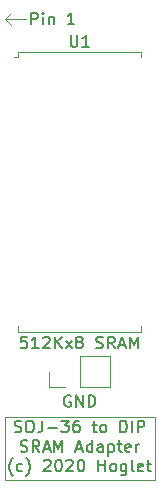
<source format=gto>
G04 #@! TF.GenerationSoftware,KiCad,Pcbnew,5.1.7-a382d34a8~87~ubuntu18.04.1*
G04 #@! TF.CreationDate,2020-10-26T15:35:19+00:00*
G04 #@! TF.ProjectId,ram_adapter_4l,72616d5f-6164-4617-9074-65725f346c2e,rev?*
G04 #@! TF.SameCoordinates,Original*
G04 #@! TF.FileFunction,Legend,Top*
G04 #@! TF.FilePolarity,Positive*
%FSLAX46Y46*%
G04 Gerber Fmt 4.6, Leading zero omitted, Abs format (unit mm)*
G04 Created by KiCad (PCBNEW 5.1.7-a382d34a8~87~ubuntu18.04.1) date 2020-10-26 15:35:19*
%MOMM*%
%LPD*%
G01*
G04 APERTURE LIST*
%ADD10C,0.150000*%
%ADD11C,0.120000*%
G04 APERTURE END LIST*
D10*
X95758095Y-97925000D02*
X95662857Y-97877380D01*
X95520000Y-97877380D01*
X95377142Y-97925000D01*
X95281904Y-98020238D01*
X95234285Y-98115476D01*
X95186666Y-98305952D01*
X95186666Y-98448809D01*
X95234285Y-98639285D01*
X95281904Y-98734523D01*
X95377142Y-98829761D01*
X95520000Y-98877380D01*
X95615238Y-98877380D01*
X95758095Y-98829761D01*
X95805714Y-98782142D01*
X95805714Y-98448809D01*
X95615238Y-98448809D01*
X96234285Y-98877380D02*
X96234285Y-97877380D01*
X96805714Y-98877380D01*
X96805714Y-97877380D01*
X97281904Y-98877380D02*
X97281904Y-97877380D01*
X97520000Y-97877380D01*
X97662857Y-97925000D01*
X97758095Y-98020238D01*
X97805714Y-98115476D01*
X97853333Y-98305952D01*
X97853333Y-98448809D01*
X97805714Y-98639285D01*
X97758095Y-98734523D01*
X97662857Y-98829761D01*
X97520000Y-98877380D01*
X97281904Y-98877380D01*
D11*
X90170000Y-66040000D02*
X90678000Y-65532000D01*
X90170000Y-66040000D02*
X90678000Y-66548000D01*
X90170000Y-66040000D02*
X90424000Y-66040000D01*
X91948000Y-66040000D02*
X90170000Y-66040000D01*
D10*
X92424476Y-66492380D02*
X92424476Y-65492380D01*
X92805428Y-65492380D01*
X92900666Y-65540000D01*
X92948285Y-65587619D01*
X92995904Y-65682857D01*
X92995904Y-65825714D01*
X92948285Y-65920952D01*
X92900666Y-65968571D01*
X92805428Y-66016190D01*
X92424476Y-66016190D01*
X93424476Y-66492380D02*
X93424476Y-65825714D01*
X93424476Y-65492380D02*
X93376857Y-65540000D01*
X93424476Y-65587619D01*
X93472095Y-65540000D01*
X93424476Y-65492380D01*
X93424476Y-65587619D01*
X93900666Y-65825714D02*
X93900666Y-66492380D01*
X93900666Y-65920952D02*
X93948285Y-65873333D01*
X94043523Y-65825714D01*
X94186380Y-65825714D01*
X94281619Y-65873333D01*
X94329238Y-65968571D01*
X94329238Y-66492380D01*
X96091142Y-66492380D02*
X95519714Y-66492380D01*
X95805428Y-66492380D02*
X95805428Y-65492380D01*
X95710190Y-65635238D01*
X95614952Y-65730476D01*
X95519714Y-65778095D01*
D11*
X90170000Y-105029000D02*
X90170000Y-99695000D01*
X102870000Y-105029000D02*
X90170000Y-105029000D01*
X102870000Y-99695000D02*
X102870000Y-105029000D01*
X90170000Y-99695000D02*
X102870000Y-99695000D01*
D10*
X91020000Y-100989761D02*
X91162857Y-101037380D01*
X91400952Y-101037380D01*
X91496190Y-100989761D01*
X91543809Y-100942142D01*
X91591428Y-100846904D01*
X91591428Y-100751666D01*
X91543809Y-100656428D01*
X91496190Y-100608809D01*
X91400952Y-100561190D01*
X91210476Y-100513571D01*
X91115238Y-100465952D01*
X91067619Y-100418333D01*
X91020000Y-100323095D01*
X91020000Y-100227857D01*
X91067619Y-100132619D01*
X91115238Y-100085000D01*
X91210476Y-100037380D01*
X91448571Y-100037380D01*
X91591428Y-100085000D01*
X92210476Y-100037380D02*
X92400952Y-100037380D01*
X92496190Y-100085000D01*
X92591428Y-100180238D01*
X92639047Y-100370714D01*
X92639047Y-100704047D01*
X92591428Y-100894523D01*
X92496190Y-100989761D01*
X92400952Y-101037380D01*
X92210476Y-101037380D01*
X92115238Y-100989761D01*
X92020000Y-100894523D01*
X91972380Y-100704047D01*
X91972380Y-100370714D01*
X92020000Y-100180238D01*
X92115238Y-100085000D01*
X92210476Y-100037380D01*
X93353333Y-100037380D02*
X93353333Y-100751666D01*
X93305714Y-100894523D01*
X93210476Y-100989761D01*
X93067619Y-101037380D01*
X92972380Y-101037380D01*
X93829523Y-100656428D02*
X94591428Y-100656428D01*
X94972380Y-100037380D02*
X95591428Y-100037380D01*
X95258095Y-100418333D01*
X95400952Y-100418333D01*
X95496190Y-100465952D01*
X95543809Y-100513571D01*
X95591428Y-100608809D01*
X95591428Y-100846904D01*
X95543809Y-100942142D01*
X95496190Y-100989761D01*
X95400952Y-101037380D01*
X95115238Y-101037380D01*
X95020000Y-100989761D01*
X94972380Y-100942142D01*
X96448571Y-100037380D02*
X96258095Y-100037380D01*
X96162857Y-100085000D01*
X96115238Y-100132619D01*
X96020000Y-100275476D01*
X95972380Y-100465952D01*
X95972380Y-100846904D01*
X96020000Y-100942142D01*
X96067619Y-100989761D01*
X96162857Y-101037380D01*
X96353333Y-101037380D01*
X96448571Y-100989761D01*
X96496190Y-100942142D01*
X96543809Y-100846904D01*
X96543809Y-100608809D01*
X96496190Y-100513571D01*
X96448571Y-100465952D01*
X96353333Y-100418333D01*
X96162857Y-100418333D01*
X96067619Y-100465952D01*
X96020000Y-100513571D01*
X95972380Y-100608809D01*
X97591428Y-100370714D02*
X97972380Y-100370714D01*
X97734285Y-100037380D02*
X97734285Y-100894523D01*
X97781904Y-100989761D01*
X97877142Y-101037380D01*
X97972380Y-101037380D01*
X98448571Y-101037380D02*
X98353333Y-100989761D01*
X98305714Y-100942142D01*
X98258095Y-100846904D01*
X98258095Y-100561190D01*
X98305714Y-100465952D01*
X98353333Y-100418333D01*
X98448571Y-100370714D01*
X98591428Y-100370714D01*
X98686666Y-100418333D01*
X98734285Y-100465952D01*
X98781904Y-100561190D01*
X98781904Y-100846904D01*
X98734285Y-100942142D01*
X98686666Y-100989761D01*
X98591428Y-101037380D01*
X98448571Y-101037380D01*
X99972380Y-101037380D02*
X99972380Y-100037380D01*
X100210476Y-100037380D01*
X100353333Y-100085000D01*
X100448571Y-100180238D01*
X100496190Y-100275476D01*
X100543809Y-100465952D01*
X100543809Y-100608809D01*
X100496190Y-100799285D01*
X100448571Y-100894523D01*
X100353333Y-100989761D01*
X100210476Y-101037380D01*
X99972380Y-101037380D01*
X100972380Y-101037380D02*
X100972380Y-100037380D01*
X101448571Y-101037380D02*
X101448571Y-100037380D01*
X101829523Y-100037380D01*
X101924761Y-100085000D01*
X101972380Y-100132619D01*
X102020000Y-100227857D01*
X102020000Y-100370714D01*
X101972380Y-100465952D01*
X101924761Y-100513571D01*
X101829523Y-100561190D01*
X101448571Y-100561190D01*
X91543809Y-102639761D02*
X91686666Y-102687380D01*
X91924761Y-102687380D01*
X92020000Y-102639761D01*
X92067619Y-102592142D01*
X92115238Y-102496904D01*
X92115238Y-102401666D01*
X92067619Y-102306428D01*
X92020000Y-102258809D01*
X91924761Y-102211190D01*
X91734285Y-102163571D01*
X91639047Y-102115952D01*
X91591428Y-102068333D01*
X91543809Y-101973095D01*
X91543809Y-101877857D01*
X91591428Y-101782619D01*
X91639047Y-101735000D01*
X91734285Y-101687380D01*
X91972380Y-101687380D01*
X92115238Y-101735000D01*
X93115238Y-102687380D02*
X92781904Y-102211190D01*
X92543809Y-102687380D02*
X92543809Y-101687380D01*
X92924761Y-101687380D01*
X93020000Y-101735000D01*
X93067619Y-101782619D01*
X93115238Y-101877857D01*
X93115238Y-102020714D01*
X93067619Y-102115952D01*
X93020000Y-102163571D01*
X92924761Y-102211190D01*
X92543809Y-102211190D01*
X93496190Y-102401666D02*
X93972380Y-102401666D01*
X93400952Y-102687380D02*
X93734285Y-101687380D01*
X94067619Y-102687380D01*
X94400952Y-102687380D02*
X94400952Y-101687380D01*
X94734285Y-102401666D01*
X95067619Y-101687380D01*
X95067619Y-102687380D01*
X96258095Y-102401666D02*
X96734285Y-102401666D01*
X96162857Y-102687380D02*
X96496190Y-101687380D01*
X96829523Y-102687380D01*
X97591428Y-102687380D02*
X97591428Y-101687380D01*
X97591428Y-102639761D02*
X97496190Y-102687380D01*
X97305714Y-102687380D01*
X97210476Y-102639761D01*
X97162857Y-102592142D01*
X97115238Y-102496904D01*
X97115238Y-102211190D01*
X97162857Y-102115952D01*
X97210476Y-102068333D01*
X97305714Y-102020714D01*
X97496190Y-102020714D01*
X97591428Y-102068333D01*
X98496190Y-102687380D02*
X98496190Y-102163571D01*
X98448571Y-102068333D01*
X98353333Y-102020714D01*
X98162857Y-102020714D01*
X98067619Y-102068333D01*
X98496190Y-102639761D02*
X98400952Y-102687380D01*
X98162857Y-102687380D01*
X98067619Y-102639761D01*
X98020000Y-102544523D01*
X98020000Y-102449285D01*
X98067619Y-102354047D01*
X98162857Y-102306428D01*
X98400952Y-102306428D01*
X98496190Y-102258809D01*
X98972380Y-102020714D02*
X98972380Y-103020714D01*
X98972380Y-102068333D02*
X99067619Y-102020714D01*
X99258095Y-102020714D01*
X99353333Y-102068333D01*
X99400952Y-102115952D01*
X99448571Y-102211190D01*
X99448571Y-102496904D01*
X99400952Y-102592142D01*
X99353333Y-102639761D01*
X99258095Y-102687380D01*
X99067619Y-102687380D01*
X98972380Y-102639761D01*
X99734285Y-102020714D02*
X100115238Y-102020714D01*
X99877142Y-101687380D02*
X99877142Y-102544523D01*
X99924761Y-102639761D01*
X100020000Y-102687380D01*
X100115238Y-102687380D01*
X100829523Y-102639761D02*
X100734285Y-102687380D01*
X100543809Y-102687380D01*
X100448571Y-102639761D01*
X100400952Y-102544523D01*
X100400952Y-102163571D01*
X100448571Y-102068333D01*
X100543809Y-102020714D01*
X100734285Y-102020714D01*
X100829523Y-102068333D01*
X100877142Y-102163571D01*
X100877142Y-102258809D01*
X100400952Y-102354047D01*
X101305714Y-102687380D02*
X101305714Y-102020714D01*
X101305714Y-102211190D02*
X101353333Y-102115952D01*
X101400952Y-102068333D01*
X101496190Y-102020714D01*
X101591428Y-102020714D01*
X90877142Y-104718333D02*
X90829523Y-104670714D01*
X90734285Y-104527857D01*
X90686666Y-104432619D01*
X90639047Y-104289761D01*
X90591428Y-104051666D01*
X90591428Y-103861190D01*
X90639047Y-103623095D01*
X90686666Y-103480238D01*
X90734285Y-103385000D01*
X90829523Y-103242142D01*
X90877142Y-103194523D01*
X91686666Y-104289761D02*
X91591428Y-104337380D01*
X91400952Y-104337380D01*
X91305714Y-104289761D01*
X91258095Y-104242142D01*
X91210476Y-104146904D01*
X91210476Y-103861190D01*
X91258095Y-103765952D01*
X91305714Y-103718333D01*
X91400952Y-103670714D01*
X91591428Y-103670714D01*
X91686666Y-103718333D01*
X92020000Y-104718333D02*
X92067619Y-104670714D01*
X92162857Y-104527857D01*
X92210476Y-104432619D01*
X92258095Y-104289761D01*
X92305714Y-104051666D01*
X92305714Y-103861190D01*
X92258095Y-103623095D01*
X92210476Y-103480238D01*
X92162857Y-103385000D01*
X92067619Y-103242142D01*
X92020000Y-103194523D01*
X93496190Y-103432619D02*
X93543809Y-103385000D01*
X93639047Y-103337380D01*
X93877142Y-103337380D01*
X93972380Y-103385000D01*
X94020000Y-103432619D01*
X94067619Y-103527857D01*
X94067619Y-103623095D01*
X94020000Y-103765952D01*
X93448571Y-104337380D01*
X94067619Y-104337380D01*
X94686666Y-103337380D02*
X94781904Y-103337380D01*
X94877142Y-103385000D01*
X94924761Y-103432619D01*
X94972380Y-103527857D01*
X95020000Y-103718333D01*
X95020000Y-103956428D01*
X94972380Y-104146904D01*
X94924761Y-104242142D01*
X94877142Y-104289761D01*
X94781904Y-104337380D01*
X94686666Y-104337380D01*
X94591428Y-104289761D01*
X94543809Y-104242142D01*
X94496190Y-104146904D01*
X94448571Y-103956428D01*
X94448571Y-103718333D01*
X94496190Y-103527857D01*
X94543809Y-103432619D01*
X94591428Y-103385000D01*
X94686666Y-103337380D01*
X95400952Y-103432619D02*
X95448571Y-103385000D01*
X95543809Y-103337380D01*
X95781904Y-103337380D01*
X95877142Y-103385000D01*
X95924761Y-103432619D01*
X95972380Y-103527857D01*
X95972380Y-103623095D01*
X95924761Y-103765952D01*
X95353333Y-104337380D01*
X95972380Y-104337380D01*
X96591428Y-103337380D02*
X96686666Y-103337380D01*
X96781904Y-103385000D01*
X96829523Y-103432619D01*
X96877142Y-103527857D01*
X96924761Y-103718333D01*
X96924761Y-103956428D01*
X96877142Y-104146904D01*
X96829523Y-104242142D01*
X96781904Y-104289761D01*
X96686666Y-104337380D01*
X96591428Y-104337380D01*
X96496190Y-104289761D01*
X96448571Y-104242142D01*
X96400952Y-104146904D01*
X96353333Y-103956428D01*
X96353333Y-103718333D01*
X96400952Y-103527857D01*
X96448571Y-103432619D01*
X96496190Y-103385000D01*
X96591428Y-103337380D01*
X98115238Y-104337380D02*
X98115238Y-103337380D01*
X98115238Y-103813571D02*
X98686666Y-103813571D01*
X98686666Y-104337380D02*
X98686666Y-103337380D01*
X99305714Y-104337380D02*
X99210476Y-104289761D01*
X99162857Y-104242142D01*
X99115238Y-104146904D01*
X99115238Y-103861190D01*
X99162857Y-103765952D01*
X99210476Y-103718333D01*
X99305714Y-103670714D01*
X99448571Y-103670714D01*
X99543809Y-103718333D01*
X99591428Y-103765952D01*
X99639047Y-103861190D01*
X99639047Y-104146904D01*
X99591428Y-104242142D01*
X99543809Y-104289761D01*
X99448571Y-104337380D01*
X99305714Y-104337380D01*
X100496190Y-103670714D02*
X100496190Y-104480238D01*
X100448571Y-104575476D01*
X100400952Y-104623095D01*
X100305714Y-104670714D01*
X100162857Y-104670714D01*
X100067619Y-104623095D01*
X100496190Y-104289761D02*
X100400952Y-104337380D01*
X100210476Y-104337380D01*
X100115238Y-104289761D01*
X100067619Y-104242142D01*
X100020000Y-104146904D01*
X100020000Y-103861190D01*
X100067619Y-103765952D01*
X100115238Y-103718333D01*
X100210476Y-103670714D01*
X100400952Y-103670714D01*
X100496190Y-103718333D01*
X101115238Y-104337380D02*
X101020000Y-104289761D01*
X100972380Y-104194523D01*
X100972380Y-103337380D01*
X101877142Y-104289761D02*
X101781904Y-104337380D01*
X101591428Y-104337380D01*
X101496190Y-104289761D01*
X101448571Y-104194523D01*
X101448571Y-103813571D01*
X101496190Y-103718333D01*
X101591428Y-103670714D01*
X101781904Y-103670714D01*
X101877142Y-103718333D01*
X101924761Y-103813571D01*
X101924761Y-103908809D01*
X101448571Y-104004047D01*
X102210476Y-103670714D02*
X102591428Y-103670714D01*
X102353333Y-103337380D02*
X102353333Y-104194523D01*
X102400952Y-104289761D01*
X102496190Y-104337380D01*
X102591428Y-104337380D01*
X92067619Y-92924380D02*
X91591428Y-92924380D01*
X91543809Y-93400571D01*
X91591428Y-93352952D01*
X91686666Y-93305333D01*
X91924761Y-93305333D01*
X92020000Y-93352952D01*
X92067619Y-93400571D01*
X92115238Y-93495809D01*
X92115238Y-93733904D01*
X92067619Y-93829142D01*
X92020000Y-93876761D01*
X91924761Y-93924380D01*
X91686666Y-93924380D01*
X91591428Y-93876761D01*
X91543809Y-93829142D01*
X93067619Y-93924380D02*
X92496190Y-93924380D01*
X92781904Y-93924380D02*
X92781904Y-92924380D01*
X92686666Y-93067238D01*
X92591428Y-93162476D01*
X92496190Y-93210095D01*
X93448571Y-93019619D02*
X93496190Y-92972000D01*
X93591428Y-92924380D01*
X93829523Y-92924380D01*
X93924761Y-92972000D01*
X93972380Y-93019619D01*
X94020000Y-93114857D01*
X94020000Y-93210095D01*
X93972380Y-93352952D01*
X93400952Y-93924380D01*
X94020000Y-93924380D01*
X94448571Y-93924380D02*
X94448571Y-92924380D01*
X95020000Y-93924380D02*
X94591428Y-93352952D01*
X95020000Y-92924380D02*
X94448571Y-93495809D01*
X95353333Y-93924380D02*
X95877142Y-93257714D01*
X95353333Y-93257714D02*
X95877142Y-93924380D01*
X96400952Y-93352952D02*
X96305714Y-93305333D01*
X96258095Y-93257714D01*
X96210476Y-93162476D01*
X96210476Y-93114857D01*
X96258095Y-93019619D01*
X96305714Y-92972000D01*
X96400952Y-92924380D01*
X96591428Y-92924380D01*
X96686666Y-92972000D01*
X96734285Y-93019619D01*
X96781904Y-93114857D01*
X96781904Y-93162476D01*
X96734285Y-93257714D01*
X96686666Y-93305333D01*
X96591428Y-93352952D01*
X96400952Y-93352952D01*
X96305714Y-93400571D01*
X96258095Y-93448190D01*
X96210476Y-93543428D01*
X96210476Y-93733904D01*
X96258095Y-93829142D01*
X96305714Y-93876761D01*
X96400952Y-93924380D01*
X96591428Y-93924380D01*
X96686666Y-93876761D01*
X96734285Y-93829142D01*
X96781904Y-93733904D01*
X96781904Y-93543428D01*
X96734285Y-93448190D01*
X96686666Y-93400571D01*
X96591428Y-93352952D01*
X97924761Y-93876761D02*
X98067619Y-93924380D01*
X98305714Y-93924380D01*
X98400952Y-93876761D01*
X98448571Y-93829142D01*
X98496190Y-93733904D01*
X98496190Y-93638666D01*
X98448571Y-93543428D01*
X98400952Y-93495809D01*
X98305714Y-93448190D01*
X98115238Y-93400571D01*
X98020000Y-93352952D01*
X97972380Y-93305333D01*
X97924761Y-93210095D01*
X97924761Y-93114857D01*
X97972380Y-93019619D01*
X98020000Y-92972000D01*
X98115238Y-92924380D01*
X98353333Y-92924380D01*
X98496190Y-92972000D01*
X99496190Y-93924380D02*
X99162857Y-93448190D01*
X98924761Y-93924380D02*
X98924761Y-92924380D01*
X99305714Y-92924380D01*
X99400952Y-92972000D01*
X99448571Y-93019619D01*
X99496190Y-93114857D01*
X99496190Y-93257714D01*
X99448571Y-93352952D01*
X99400952Y-93400571D01*
X99305714Y-93448190D01*
X98924761Y-93448190D01*
X99877142Y-93638666D02*
X100353333Y-93638666D01*
X99781904Y-93924380D02*
X100115238Y-92924380D01*
X100448571Y-93924380D01*
X100781904Y-93924380D02*
X100781904Y-92924380D01*
X101115238Y-93638666D01*
X101448571Y-92924380D01*
X101448571Y-93924380D01*
D11*
X99120000Y-97215000D02*
X99120000Y-94555000D01*
X96520000Y-97215000D02*
X99120000Y-97215000D01*
X96520000Y-94555000D02*
X99120000Y-94555000D01*
X96520000Y-97215000D02*
X96520000Y-94555000D01*
X95250000Y-97215000D02*
X93920000Y-97215000D01*
X93920000Y-97215000D02*
X93920000Y-95885000D01*
X91330000Y-69290000D02*
X90970000Y-69290000D01*
X91330000Y-68790000D02*
X91330000Y-69290000D01*
X96520000Y-68790000D02*
X91330000Y-68790000D01*
X101710000Y-68790000D02*
X101710000Y-69290000D01*
X96520000Y-68790000D02*
X101710000Y-68790000D01*
X91330000Y-92500000D02*
X91330000Y-92000000D01*
X96520000Y-92500000D02*
X91330000Y-92500000D01*
X101710000Y-92500000D02*
X101710000Y-92000000D01*
X96520000Y-92500000D02*
X101710000Y-92500000D01*
D10*
X95758095Y-67397380D02*
X95758095Y-68206904D01*
X95805714Y-68302142D01*
X95853333Y-68349761D01*
X95948571Y-68397380D01*
X96139047Y-68397380D01*
X96234285Y-68349761D01*
X96281904Y-68302142D01*
X96329523Y-68206904D01*
X96329523Y-67397380D01*
X97329523Y-68397380D02*
X96758095Y-68397380D01*
X97043809Y-68397380D02*
X97043809Y-67397380D01*
X96948571Y-67540238D01*
X96853333Y-67635476D01*
X96758095Y-67683095D01*
M02*

</source>
